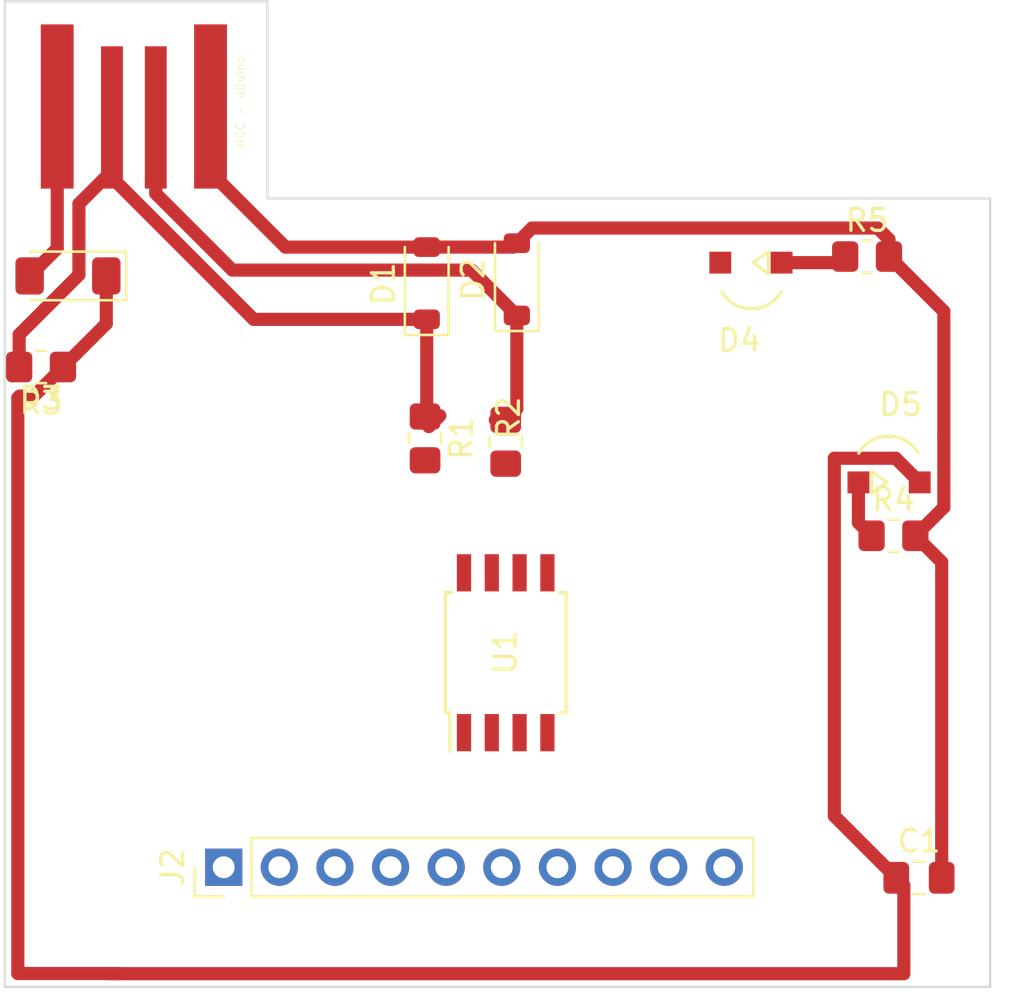
<source format=kicad_pcb>
(kicad_pcb (version 20221018) (generator pcbnew)
  (layers (0 "F.Cu" signal) (31 "B.Cu" signal) (34 "B.Paste" user) (35 "F.Paste" user) (36 "B.SilkS" user "B.Silkscreen") (37 "F.SilkS" user "F.Silkscreen") (38 "B.Mask" user) (39 "F.Mask" user) (44 "Edge.Cuts" user))
  (net 0 "")
  (net 1 "GND")
  (net 2 "Net-(D1-K)")
  (net 3 "+5V")
  (net 4 "Net-(D2-K)")
  (net 5 "/1")
  (net 6 "Net-(D4-K)")
  (net 7 "Net-(D4-A)")
  (net 8 "Net-(D5-K)")
  (net 10 "Net-(J2-Pin_4)")
  (net 11 "Net-(J2-Pin_6)")
  (net 12 "Net-(J2-Pin_7)")
  (net 13 "Net-(J2-Pin_8)")
  (net 14 "Net-(J2-Pin_9)")
  (footprint "Resistor_SMD:R_0805_2012Metric_Pad1.20x1.40mm_HandSolder" (layer "F.Cu") (at 95.7866 65.2034)
    (fp_text reference "R4" (at 0 -1.65) (layer "F.SilkS"))
    (fp_text value "330Ω 5% 1/8W")
    (fp_line (start -0.227064 -0.735) (end 0.227064 -0.735) (stroke (width 0.12)) (layer "F.SilkS"))
    (fp_line (start -0.227064 0.735) (end 0.227064 0.735) (stroke (width 0.12)) (layer "F.SilkS"))
    (pad "1" smd roundrect (at -1 0) (size 1.2 1.4) (layers "F.Cu" "F.Paste" "F.Mask") (roundrect_rratio 0.208333) (net 8 "Net-(D5-K)"))
    (pad "2" smd roundrect (at 1 0) (size 1.2 1.4) (layers "F.Cu" "F.Paste" "F.Mask") (roundrect_rratio 0.208333) (net 1 "GND"))
  )
  (footprint "Package_SO:SOIC-8W_5.3x5.3mm_P1.27mm" (layer "F.Cu") (at 78.0796 70.5434 90)
    (fp_text reference "U1" (at 0.0178 -0.0254 90) (layer "F.SilkS"))
    (fp_text value "ATtiny85-20S")
    (fp_line (start -2.75 -2.755) (end -2.75 -2.55) (stroke (width 0.15)) (layer "F.SilkS"))
    (fp_line (start -2.75 -2.755) (end 2.75 -2.755) (stroke (width 0.15)) (layer "F.SilkS"))
    (fp_line (start -2.75 -2.55) (end -4.5 -2.55) (stroke (width 0.15)) (layer "F.SilkS"))
    (fp_line (start -2.75 2.755) (end -2.75 2.455) (stroke (width 0.15)) (layer "F.SilkS"))
    (fp_line (start -2.75 2.755) (end 2.75 2.755) (stroke (width 0.15)) (layer "F.SilkS"))
    (fp_line (start 2.75 -2.755) (end 2.75 -2.455) (stroke (width 0.15)) (layer "F.SilkS"))
    (fp_line (start 2.75 2.755) (end 2.75 2.455) (stroke (width 0.15)) (layer "F.SilkS"))
    (pad "1" smd rect (at -3.65 -1.905 90) (size 1.7 0.65) (layers "F.Cu" "F.Paste" "F.Mask") (net 14 "Net-(J2-Pin_9)"))
    (pad "2" smd rect (at -3.65 -0.635 90) (size 1.7 0.65) (layers "F.Cu" "F.Paste" "F.Mask") (net 12 "Net-(J2-Pin_7)"))
    (pad "3" smd rect (at -3.65 0.635 90) (size 1.7 0.65) (layers "F.Cu" "F.Paste" "F.Mask") (net 13 "Net-(J2-Pin_8)"))
    (pad "4" smd rect (at -3.65 1.905 90) (size 1.7 0.65) (layers "F.Cu" "F.Paste" "F.Mask") (net 1 "GND"))
    (pad "5" smd rect (at 3.65 1.905 90) (size 1.7 0.65) (layers "F.Cu" "F.Paste" "F.Mask") (net 10 "Net-(J2-Pin_4)"))
    (pad "6" smd rect (at 3.65 0.635 90) (size 1.7 0.65) (layers "F.Cu" "F.Paste" "F.Mask") (net 7 "Net-(D4-A)"))
    (pad "7" smd rect (at 3.65 -0.635 90) (size 1.7 0.65) (layers "F.Cu" "F.Paste" "F.Mask") (net 11 "Net-(J2-Pin_6)"))
    (pad "8" smd rect (at 3.65 -1.905 90) (size 1.7 0.65) (layers "F.Cu" "F.Paste" "F.Mask") (net 3 "+5V"))
  )
  (footprint "ledSmd:ledSMD" (layer "F.Cu") (at 95.9866 62.7634)
    (fp_text reference "D5" (at 0.125 -3.55) (layer "F.SilkS"))
    (fp_text value "Led Red")
    (fp_line (start -1.2 0.5) (end -1.2 -0.5) (stroke (width 0.15)) (layer "F.SilkS"))
    (fp_line (start -1.15 -0.475) (end -0.5 0) (stroke (width 0.15)) (layer "F.SilkS"))
    (fp_line (start -0.5 0) (end -1.2 0.5) (stroke (width 0.15)) (layer "F.SilkS"))
    (fp_arc (start -1.786089 -1.331572) (mid -0.435753 -2.107089) (end 0.924999 -1.349999) (stroke (width 0.15)) (layer "F.SilkS"))
    (pad "1" smd rect (at -1.8 0) (size 1 1) (layers "F.Cu" "F.Paste" "F.Mask") (net 8 "Net-(D5-K)"))
    (pad "2" smd rect (at 1 0) (size 1 1) (layers "F.Cu" "F.Paste" "F.Mask") (net 3 "+5V"))
  )
  (footprint "embeddedPcbUsb:USB_A_UCC" (layer "F.Cu") (at 61.1 45.8 -90)
    (fp_text reference "J1" hide)
    (fp_text value "USB_PCB_A" hide)
    (fp_text user "UCC - uDuino" (at -2.54 -5.08 90) (layer "F.SilkS") (effects (font (size 0.38608 0.38608) (thickness 0.032512)) (justify right bottom)))
    (pad "1" smd rect (at -0.2 3.5 270) (size 7.5 1.5) (layers "F.Cu" "F.Paste" "F.Mask") (net 5 "/1"))
    (pad "2" smd rect (at 0.3 1 270) (size 6.5 1) (layers "F.Cu" "F.Paste" "F.Mask") (net 2 "Net-(D1-K)"))
    (pad "3" smd rect (at 0.3 -1 270) (size 6.5 1) (layers "F.Cu" "F.Paste" "F.Mask") (net 4 "Net-(D2-K)"))
    (pad "4" smd rect (at -0.2 -3.5 270) (size 7.5 1.5) (layers "F.Cu" "F.Paste" "F.Mask") (net 1 "GND"))
  )
  (footprint "Capacitor_SMD:C_0805_2012Metric_Pad1.18x1.45mm_HandSolder" (layer "F.Cu") (at 96.9518 80.8228)
    (fp_text reference "C1" (at 0 -1.68) (layer "F.SilkS"))
    (fp_text value "0.1u")
    (fp_line (start -0.261252 -0.735) (end 0.261252 -0.735) (stroke (width 0.12)) (layer "F.SilkS"))
    (fp_line (start -0.261252 0.735) (end 0.261252 0.735) (stroke (width 0.12)) (layer "F.SilkS"))
    (pad "1" smd roundrect (at -1.0375 0) (size 1.175 1.45) (layers "F.Cu" "F.Paste" "F.Mask") (roundrect_rratio 0.212766) (net 3 "+5V"))
    (pad "2" smd roundrect (at 1.0375 0) (size 1.175 1.45) (layers "F.Cu" "F.Paste" "F.Mask") (roundrect_rratio 0.212766) (net 1 "GND"))
  )
  (footprint "Resistor_SMD:R_0805_2012Metric_Pad1.20x1.40mm_HandSolder" (layer "F.Cu") (at 74.3966 60.7568 -90)
    (fp_text reference "R1" (at 0 -1.65 90) (layer "F.SilkS"))
    (fp_text value "68Ω 5% 1/8W")
    (fp_line (start -0.227064 -0.735) (end 0.227064 -0.735) (stroke (width 0.12)) (layer "F.SilkS"))
    (fp_line (start -0.227064 0.735) (end 0.227064 0.735) (stroke (width 0.12)) (layer "F.SilkS"))
    (pad "1" smd roundrect (at -1 0 270) (size 1.2 1.4) (layers "F.Cu" "F.Paste" "F.Mask") (roundrect_rratio 0.208333) (net 2 "Net-(D1-K)"))
    (pad "2" smd roundrect (at 1 0 270) (size 1.2 1.4) (layers "F.Cu" "F.Paste" "F.Mask") (roundrect_rratio 0.208333) (net 12 "Net-(J2-Pin_7)"))
  )
  (footprint "Resistor_SMD:R_0805_2012Metric_Pad1.20x1.40mm_HandSolder" (layer "F.Cu") (at 78.0796 60.9092 -90)
    (fp_text reference "R2" (at -1.081264 -0.1228 90) (layer "F.SilkS"))
    (fp_text value "68Ω 5% 1/8W")
    (fp_line (start -0.227064 -0.735) (end 0.227064 -0.735) (stroke (width 0.12)) (layer "F.SilkS"))
    (fp_line (start -0.227064 0.735) (end 0.227064 0.735) (stroke (width 0.12)) (layer "F.SilkS"))
    (pad "1" smd roundrect (at -1 0 270) (size 1.2 1.4) (layers "F.Cu" "F.Paste" "F.Mask") (roundrect_rratio 0.208333) (net 4 "Net-(D2-K)"))
    (pad "2" smd roundrect (at 1 0 270) (size 1.2 1.4) (layers "F.Cu" "F.Paste" "F.Mask") (roundrect_rratio 0.208333) (net 13 "Net-(J2-Pin_8)"))
  )
  (footprint "Connector_PinHeader_2.54mm:PinHeader_1x10_P2.54mm_Vertical" (layer "F.Cu") (at 65.2018 80.3402 90)
    (fp_text reference "J2" (at 0 -2.33 90) (layer "F.SilkS"))
    (fp_text value "Header")
    (fp_line (start -1.33 -1.33) (end 0 -1.33) (stroke (width 0.12)) (layer "F.SilkS"))
    (fp_line (start -1.33 0) (end -1.33 -1.33) (stroke (width 0.12)) (layer "F.SilkS"))
    (fp_line (start -1.33 1.27) (end -1.33 24.19) (stroke (width 0.12)) (layer "F.SilkS"))
    (fp_line (start -1.33 1.27) (end 1.33 1.27) (stroke (width 0.12)) (layer "F.SilkS"))
    (fp_line (start -1.33 24.19) (end 1.33 24.19) (stroke (width 0.12)) (layer "F.SilkS"))
    (fp_line (start 1.33 1.27) (end 1.33 24.19) (stroke (width 0.12)) (layer "F.SilkS"))
    (pad "1" thru_hole rect (at 0 0 90) (size 1.7 1.7) (drill 1) (layers "*.Cu" "*.Mask") (net 3 "+5V"))
    (pad "2" thru_hole oval (at 0 2.54 90) (size 1.7 1.7) (drill 1) (layers "*.Cu" "*.Mask") (net 1 "GND"))
    (pad "3" thru_hole oval (at 0 5.08 90) (size 1.7 1.7) (drill 1) (layers "*.Cu" "*.Mask"))
    (pad "4" thru_hole oval (at 0 7.62 90) (size 1.7 1.7) (drill 1) (layers "*.Cu" "*.Mask") (net 10 "Net-(J2-Pin_4)"))
    (pad "5" thru_hole oval (at 0 10.16 90) (size 1.7 1.7) (drill 1) (layers "*.Cu" "*.Mask") (net 7 "Net-(D4-A)"))
    (pad "6" thru_hole oval (at 0 12.7 90) (size 1.7 1.7) (drill 1) (layers "*.Cu" "*.Mask") (net 11 "Net-(J2-Pin_6)"))
    (pad "7" thru_hole oval (at 0 15.24 90) (size 1.7 1.7) (drill 1) (layers "*.Cu" "*.Mask") (net 12 "Net-(J2-Pin_7)"))
    (pad "8" thru_hole oval (at 0 17.78 90) (size 1.7 1.7) (drill 1) (layers "*.Cu" "*.Mask") (net 13 "Net-(J2-Pin_8)"))
    (pad "9" thru_hole oval (at 0 20.32 90) (size 1.7 1.7) (drill 1) (layers "*.Cu" "*.Mask") (net 14 "Net-(J2-Pin_9)"))
    (pad "10" thru_hole oval (at 0 22.86 90) (size 1.7 1.7) (drill 1) (layers "*.Cu" "*.Mask"))
  )
  (footprint "Diode_SMD:D_MiniMELF" (layer "F.Cu") (at 58.0904 53.3368 180)
    (fp_text reference "D3" (at 1.2298 -5.591 180) (layer "F.SilkS"))
    (fp_text value "PMLL4148L")
    (fp_line (start -2.66 -1.11) (end -2.66 1.11) (stroke (width 0.12)) (layer "F.SilkS"))
    (fp_line (start -2.66 1.11) (end 1.75 1.11) (stroke (width 0.12)) (layer "F.SilkS"))
    (fp_line (start 1.75 -1.11) (end -2.66 -1.11) (stroke (width 0.12)) (layer "F.SilkS"))
    (pad "1" smd roundrect (at -1.75 0 180) (size 1.3 1.7) (layers "F.Cu" "F.Paste" "F.Mask") (roundrect_rratio 0.1923076923) (net 3 "+5V"))
    (pad "2" smd roundrect (at 1.75 0 180) (size 1.3 1.7) (layers "F.Cu" "F.Paste" "F.Mask") (roundrect_rratio 0.1923076923) (net 5 "/1"))
  )
  (footprint "Resistor_SMD:R_0805_2012Metric_Pad1.20x1.40mm_HandSolder" (layer "F.Cu") (at 94.582128 52.4504)
    (fp_text reference "R5" (at 0 -1.65) (layer "F.SilkS"))
    (fp_text value "330Ω 5% 1/8W")
    (fp_line (start -0.227064 -0.735) (end 0.227064 -0.735) (stroke (width 0.12)) (layer "F.SilkS"))
    (fp_line (start -0.227064 0.735) (end 0.227064 0.735) (stroke (width 0.12)) (layer "F.SilkS"))
    (pad "1" smd roundrect (at -1 0) (size 1.2 1.4) (layers "F.Cu" "F.Paste" "F.Mask") (roundrect_rratio 0.208333) (net 6 "Net-(D4-K)"))
    (pad "2" smd roundrect (at 1 0) (size 1.2 1.4) (layers "F.Cu" "F.Paste" "F.Mask") (roundrect_rratio 0.208333) (net 1 "GND"))
  )
  (footprint "Diode_SMD:D_SOD-123" (layer "F.Cu") (at 74.4728 53.6702 90)
    (fp_text reference "D1" (at -0.0254 -1.9812 90) (layer "F.SilkS"))
    (fp_text value "3.6V 1/2mW")
    (fp_line (start -2.36 -1) (end -2.36 1) (stroke (width 0.12)) (layer "F.SilkS"))
    (fp_line (start -2.36 -1) (end 1.65 -1) (stroke (width 0.12)) (layer "F.SilkS"))
    (fp_line (start -2.36 1) (end 1.65 1) (stroke (width 0.12)) (layer "F.SilkS"))
    (pad "1" smd roundrect (at -1.65 0 90) (size 0.9 1.2) (layers "F.Cu" "F.Paste" "F.Mask") (net 2 "Net-(D1-K)"))
    (pad "2" smd roundrect (at 1.65 0 90) (size 0.9 1.2) (layers "F.Cu" "F.Paste" "F.Mask") (net 1 "GND"))
  )
  (footprint "Resistor_SMD:R_0805_2012Metric_Pad1.20x1.40mm_HandSolder" (layer "F.Cu") (at 56.8612 57.4956 180)
    (fp_text reference "R3" (at 0 -1.65) (layer "F.SilkS"))
    (fp_text value "1.5KΩ 5% 1/8W" hide)
    (fp_line (start -0.227064 -0.735) (end 0.227064 -0.735) (stroke (width 0.12)) (layer "F.SilkS"))
    (fp_line (start -0.227064 0.735) (end 0.227064 0.735) (stroke (width 0.12)) (layer "F.SilkS"))
    (pad "1" smd roundrect (at -1 0 180) (size 1.2 1.4) (layers "F.Cu" "F.Paste" "F.Mask") (roundrect_rratio 0.208333) (net 3 "+5V"))
    (pad "2" smd roundrect (at 1 0 180) (size 1.2 1.4) (layers "F.Cu" "F.Paste" "F.Mask") (roundrect_rratio 0.208333) (net 2 "Net-(D1-K)"))
  )
  (footprint "Diode_SMD:D_SOD-123" (layer "F.Cu") (at 78.5876 53.4924 90)
    (fp_text reference "D2" (at 0 -2 90) (layer "F.SilkS"))
    (fp_text value "3.6V 1/2mW")
    (fp_line (start -2.36 -1) (end -2.36 1) (stroke (width 0.12)) (layer "F.SilkS"))
    (fp_line (start -2.36 -1) (end 1.65 -1) (stroke (width 0.12)) (layer "F.SilkS"))
    (fp_line (start -2.36 1) (end 1.65 1) (stroke (width 0.12)) (layer "F.SilkS"))
    (pad "1" smd roundrect (at -1.65 0 90) (size 0.9 1.2) (layers "F.Cu" "F.Paste" "F.Mask") (net 4 "Net-(D2-K)"))
    (pad "2" smd roundrect (at 1.65 0 90) (size 0.9 1.2) (layers "F.Cu" "F.Paste" "F.Mask") (net 1 "GND"))
  )
  (footprint "ledSmd:ledSMD" (layer "F.Cu") (at 88.878 52.7304 180)
    (fp_text reference "D4" (at 0.125 -3.55) (layer "F.SilkS"))
    (fp_text value "Led Green")
    (fp_line (start -1.2 0.5) (end -1.2 -0.5) (stroke (width 0.15)) (layer "F.SilkS"))
    (fp_line (start -1.15 -0.475) (end -0.5 0) (stroke (width 0.15)) (layer "F.SilkS"))
    (fp_line (start -0.5 0) (end -1.2 0.5) (stroke (width 0.15)) (layer "F.SilkS"))
    (fp_arc (start -1.786089 -1.331572) (mid -0.435753 -2.107089) (end 0.924999 -1.349999) (stroke (width 0.15)) (layer "F.SilkS"))
    (pad "1" smd rect (at -1.8 0 180) (size 1 1) (layers "F.Cu" "F.Paste" "F.Mask") (net 6 "Net-(D4-K)"))
    (pad "2" smd rect (at 1 0 180) (size 1 1) (layers "F.Cu" "F.Paste" "F.Mask") (net 7 "Net-(D4-A)"))
  )
  (gr_line (start 55.2 85.8) (end 100.2 85.8) (stroke (width 0.1)) (layer "Edge.Cuts"))
  (gr_line (start 55.2 40.8) (end 67.2 40.8) (stroke (width 0.1)) (layer "Edge.Cuts"))
  (gr_line (start 55.2 40.8) (end 55.2 85.8) (stroke (width 0.1)) (layer "Edge.Cuts"))
  (gr_line (start 100.2 85.8) (end 100.2 49.8) (stroke (width 0.1)) (layer "Edge.Cuts"))
  (gr_line (start 100.2 49.8) (end 67.2 49.8) (stroke (width 0.1)) (layer "Edge.Cuts"))
  (gr_line (start 67.2 40.8) (end 67.2 49.8) (stroke (width 0.1)) (layer "Edge.Cuts"))
  (segment (start 95.582128 52.4504) (end 98.0866 54.954872) (width 0.6) (layer "F.Cu") (net 1))
  (segment (start 96.7866 65.2034) (end 97.9893 66.4061) (width 0.6) (layer "F.Cu") (net 1))
  (segment (start 79.2796 51.1504) (end 95.067 51.1504) (width 0.6) (layer "F.Cu") (net 1))
  (segment (start 64.6 48.6) (end 68.0202 52.0202) (width 0.6) (layer "F.Cu") (net 1))
  (segment (start 68.0202 52.0202) (end 74.4728 52.0202) (width 0.6) (layer "F.Cu") (net 1))
  (segment (start 96.7866 65.201318) (end 96.7866 65.2034) (width 0.6) (layer "F.Cu") (net 1))
  (segment (start 64.6 45.6) (end 64.6 48.6) (width 0.6) (layer "F.Cu") (net 1))
  (segment (start 74.549 52.0964) (end 74.4728 52.0202) (width 0.6) (layer "F.Cu") (net 1))
  (segment (start 98.0866 60.6298) (end 98.0866 63.9034) (width 0.6) (layer "F.Cu") (net 1))
  (segment (start 78.5876 51.8424) (end 79.2796 51.1504) (width 0.6) (layer "F.Cu") (net 1))
  (segment (start 98.0866 54.954872) (end 98.0866 60.6298) (width 0.6) (layer "F.Cu") (net 1))
  (segment (start 78.4098 52.0202) (end 78.5876 51.8424) (width 0.6) (layer "F.Cu") (net 1))
  (segment (start 95.582128 51.665528) (end 95.582128 52.4504) (width 0.6) (layer "F.Cu") (net 1))
  (segment (start 96.7866 65.2034) (end 96.7866 65.205482) (width 0.6) (layer "F.Cu") (net 1))
  (segment (start 98.0866 63.9034) (end 96.7866 65.2034) (width 0.6) (layer "F.Cu") (net 1))
  (segment (start 95.067 51.1504) (end 95.582128 51.665528) (width 0.6) (layer "F.Cu") (net 1))
  (segment (start 74.4728 52.0202) (end 78.4098 52.0202) (width 0.6) (layer "F.Cu") (net 1))
  (segment (start 97.9893 66.4061) (end 97.9893 80.8228) (width 0.6) (layer "F.Cu") (net 1))
  (segment (start 55.8612 56.018082) (end 58.5904 53.288882) (width 0.6) (layer "F.Cu") (net 2))
  (segment (start 74.4728 59.6806) (end 74.3966 59.7568) (width 0.6) (layer "F.Cu") (net 2))
  (segment (start 60.1 48.850592) (end 60.1 46.1) (width 0.6) (layer "F.Cu") (net 2))
  (segment (start 55.8612 57.4956) (end 55.8612 56.018082) (width 0.6) (layer "F.Cu") (net 2))
  (segment (start 58.5904 53.288882) (end 58.5904 50.0454) (width 0.6) (layer "F.Cu") (net 2))
  (segment (start 74.4728 55.3202) (end 74.4728 59.6806) (width 0.6) (layer "F.Cu") (net 2))
  (segment (start 74.4728 55.3202) (end 66.569608 55.3202) (width 0.6) (layer "F.Cu") (net 2))
  (segment (start 60.1 48.5358) (end 60.1 46.1) (width 0.6) (layer "F.Cu") (net 2))
  (segment (start 58.5904 50.0454) (end 60.1 48.5358) (width 0.6) (layer "F.Cu") (net 2))
  (segment (start 75.0714 59.718136) (end 74.5712 60.218336) (width 0.6) (layer "F.Cu") (net 2))
  (segment (start 66.569608 55.3202) (end 60.1 48.850592) (width 0.6) (layer "F.Cu") (net 2))
  (segment (start 55.8 58.9064) (end 55.8 85.1916) (width 0.6) (layer "F.Cu") (net 3))
  (segment (start 56.532482 58.8264) (end 55.88 58.8264) (width 0.6) (layer "F.Cu") (net 3))
  (segment (start 95.6857 80.5942) (end 95.9143 80.8228) (width 0.6) (layer "F.Cu") (net 3))
  (segment (start 96.9866 62.7634) (end 95.8866 61.6634) (width 0.6) (layer "F.Cu") (net 3))
  (segment (start 64.9732 80.1116) (end 65.2018 80.3402) (width 0.6) (layer "F.Cu") (net 3))
  (segment (start 60.3928 85.1916) (end 60.4012 85.2) (width 0.6) (layer "F.Cu") (net 3))
  (segment (start 57.8612 57.4956) (end 57.8612 57.497682) (width 0.6) (layer "F.Cu") (net 3))
  (segment (start 93.0866 61.6634) (end 93.0866 77.9951) (width 0.6) (layer "F.Cu") (net 3))
  (segment (start 55.88 58.8264) (end 55.8 58.9064) (width 0.6) (layer "F.Cu") (net 3))
  (segment (start 55.8 85.1916) (end 60.3928 85.1916) (width 0.6) (layer "F.Cu") (net 3))
  (segment (start 96.260198 85.2) (end 96.260198 81.168698) (width 0.6) (layer "F.Cu") (net 3))
  (segment (start 60.4012 85.2) (end 96.260198 85.2) (width 0.6) (layer "F.Cu") (net 3))
  (segment (start 59.8404 55.5164) (end 57.8612 57.4956) (width 0.6) (layer "F.Cu") (net 3))
  (segment (start 95.8866 61.6634) (end 93.0866 61.6634) (width 0.6) (layer "F.Cu") (net 3))
  (segment (start 96.260198 81.168698) (end 95.9143 80.8228) (width 0.6) (layer "F.Cu") (net 3))
  (segment (start 59.844841 85.2) (end 60.4012 85.2) (width 0.6) (layer "F.Cu") (net 3))
  (segment (start 57.8612 57.497682) (end 56.532482 58.8264) (width 0.6) (layer "F.Cu") (net 3))
  (segment (start 93.0866 77.9951) (end 95.9143 80.8228) (width 0.6) (layer "F.Cu") (net 3))
  (segment (start 59.8404 53.3368) (end 59.8404 55.5164) (width 0.6) (layer "F.Cu") (net 3))
  (segment (start 62.1 49.5778) (end 62.1 46.1) (width 0.6) (layer "F.Cu") (net 4))
  (segment (start 76.5154 53.0702) (end 65.5924 53.0702) (width 0.6) (layer "F.Cu") (net 4))
  (segment (start 78.5876 59.4012) (end 78.0796 59.9092) (width 0.6) (layer "F.Cu") (net 4))
  (segment (start 78.5876 55.1424) (end 78.5876 59.4012) (width 0.6) (layer "F.Cu") (net 4))
  (segment (start 78.5876 55.1424) (end 78.5058 55.1424) (width 0.6) (layer "F.Cu") (net 4))
  (segment (start 77.6042 59.9092) (end 78.0796 59.9092) (width 0.6) (layer "F.Cu") (net 4))
  (segment (start 78.5876 55.1424) (end 76.5154 53.0702) (width 0.6) (layer "F.Cu") (net 4))
  (segment (start 65.5924 53.0702) (end 62.1 49.5778) (width 0.6) (layer "F.Cu") (net 4))
  (segment (start 56.3404 53.3368) (end 57.6 52.0772) (width 0.6) (layer "F.Cu") (net 5))
  (segment (start 57.6 52.0772) (end 57.6 45.6) (width 0.6) (layer "F.Cu") (net 5))
  (segment (start 93.302128 52.7304) (end 93.582128 52.4504) (width 0.6) (layer "F.Cu") (net 6))
  (segment (start 90.678 52.7304) (end 93.302128 52.7304) (width 0.6) (layer "F.Cu") (net 6))
  (segment (start 78.7096 66.8884) (end 78.7146 66.8934) (width 0.6) (layer "F.Cu") (net 7))
  (segment (start 94.1866 62.7634) (end 94.1866 64.6034) (width 0.6) (layer "F.Cu") (net 8))
  (segment (start 94.1866 64.6034) (end 94.7866 65.2034) (width 0.6) (layer "F.Cu") (net 8))
)
</source>
